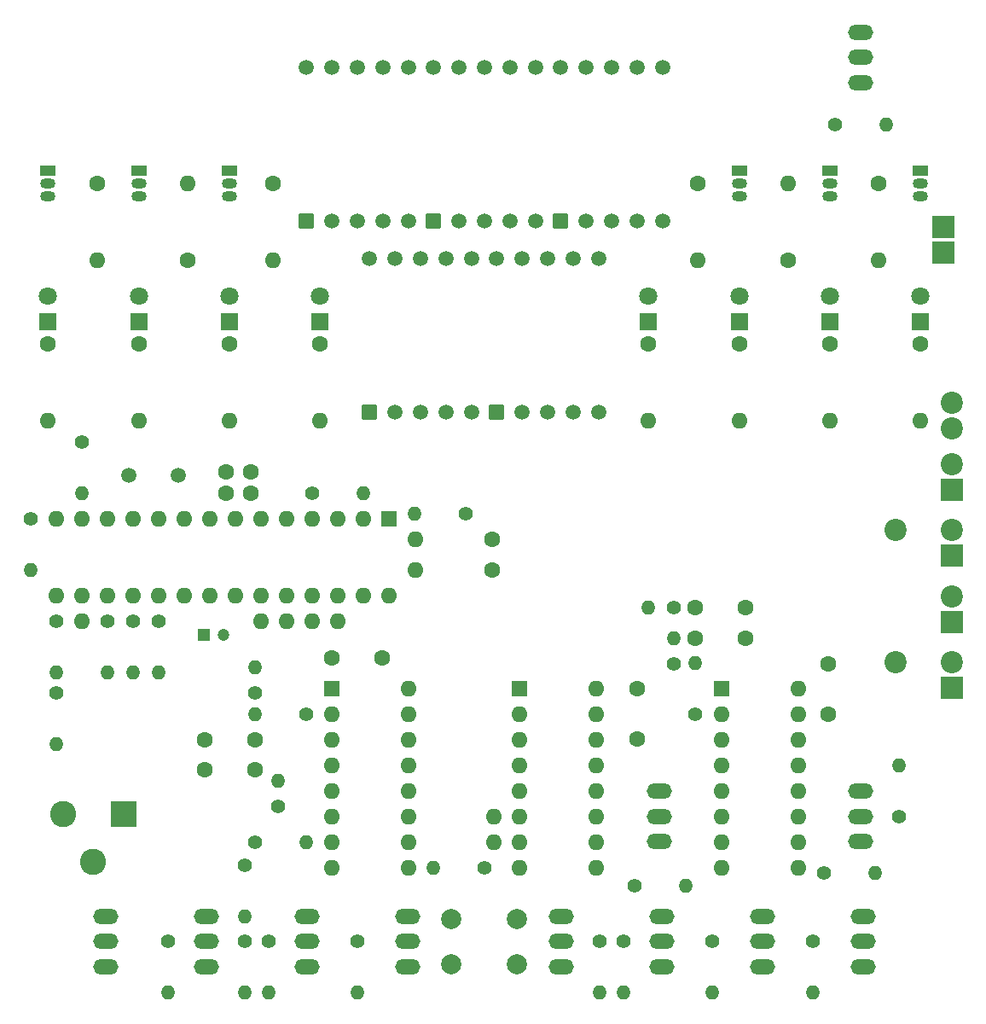
<source format=gbs>
%TF.GenerationSoftware,KiCad,Pcbnew,7.0.10*%
%TF.CreationDate,2024-04-03T15:14:15+02:00*%
%TF.ProjectId,8_switch_rgb_pcb_revision_1,385f7377-6974-4636-985f-7267625f7063,rev?*%
%TF.SameCoordinates,Original*%
%TF.FileFunction,Soldermask,Bot*%
%TF.FilePolarity,Negative*%
%FSLAX46Y46*%
G04 Gerber Fmt 4.6, Leading zero omitted, Abs format (unit mm)*
G04 Created by KiCad (PCBNEW 7.0.10) date 2024-04-03 15:14:15*
%MOMM*%
%LPD*%
G01*
G04 APERTURE LIST*
G04 Aperture macros list*
%AMRoundRect*
0 Rectangle with rounded corners*
0 $1 Rounding radius*
0 $2 $3 $4 $5 $6 $7 $8 $9 X,Y pos of 4 corners*
0 Add a 4 corners polygon primitive as box body*
4,1,4,$2,$3,$4,$5,$6,$7,$8,$9,$2,$3,0*
0 Add four circle primitives for the rounded corners*
1,1,$1+$1,$2,$3*
1,1,$1+$1,$4,$5*
1,1,$1+$1,$6,$7*
1,1,$1+$1,$8,$9*
0 Add four rect primitives between the rounded corners*
20,1,$1+$1,$2,$3,$4,$5,0*
20,1,$1+$1,$4,$5,$6,$7,0*
20,1,$1+$1,$6,$7,$8,$9,0*
20,1,$1+$1,$8,$9,$2,$3,0*%
G04 Aperture macros list end*
%ADD10C,1.600000*%
%ADD11O,2.500000X1.500000*%
%ADD12R,2.200000X2.200000*%
%ADD13C,2.200000*%
%ADD14C,1.400000*%
%ADD15O,1.400000X1.400000*%
%ADD16R,1.800000X1.800000*%
%ADD17C,1.800000*%
%ADD18O,1.600000X1.600000*%
%ADD19R,1.500000X1.050000*%
%ADD20O,1.500000X1.050000*%
%ADD21R,2.600000X2.600000*%
%ADD22C,2.600000*%
%ADD23RoundRect,0.102000X-0.654000X-0.654000X0.654000X-0.654000X0.654000X0.654000X-0.654000X0.654000X0*%
%ADD24C,1.512000*%
%ADD25R,1.200000X1.200000*%
%ADD26C,1.200000*%
%ADD27R,1.600000X1.600000*%
%ADD28C,2.000000*%
%ADD29C,1.500000*%
G04 APERTURE END LIST*
D10*
%TO.C,CU_BUTTONS1*%
X139617412Y-158020000D03*
X139617412Y-153020000D03*
%TD*%
D11*
%TO.C,SW__WR1*%
X142777412Y-165680000D03*
X142777412Y-168180000D03*
X142777412Y-170680000D03*
%TD*%
D10*
%TO.C,C1*%
X82267412Y-136080000D03*
X79767412Y-136080000D03*
%TD*%
D12*
%TO.C,PWR_Screw1*%
X151837412Y-135780000D03*
D13*
X151837412Y-133240000D03*
%TD*%
D11*
%TO.C,SW0*%
X67837412Y-178080000D03*
X67837412Y-180580000D03*
X67837412Y-183080000D03*
%TD*%
D14*
%TO.C,R23*%
X124267412Y-153030000D03*
D15*
X124267412Y-150490000D03*
%TD*%
D12*
%TO.C,RGB1*%
X151837412Y-142320000D03*
D13*
X151837412Y-139780000D03*
%TD*%
D14*
%TO.C,R38*%
X82687412Y-155920000D03*
D15*
X82687412Y-153380000D03*
%TD*%
D16*
%TO.C,D5*%
X130737412Y-119110000D03*
D17*
X130737412Y-116570000D03*
%TD*%
D18*
%TO.C,*%
X65482412Y-148840000D03*
%TD*%
D19*
%TO.C,T_DEC_0*%
X71137412Y-104110000D03*
D20*
X71137412Y-105380000D03*
X71137412Y-106650000D03*
%TD*%
D10*
%TO.C,R2*%
X84497412Y-105380000D03*
D18*
X84497412Y-113000000D03*
%TD*%
D14*
%TO.C,R44*%
X139127412Y-173830000D03*
D15*
X144207412Y-173830000D03*
%TD*%
D21*
%TO.C,DC-In1*%
X69637412Y-167980000D03*
D22*
X63637412Y-167980000D03*
X66637412Y-172680000D03*
%TD*%
D10*
%TO.C,C_DRAIN0*%
X120617412Y-155480000D03*
X120617412Y-160480000D03*
%TD*%
D14*
%TO.C,R29*%
X128077412Y-180580000D03*
D15*
X128077412Y-185660000D03*
%TD*%
D14*
%TO.C,R32*%
X81637412Y-180580000D03*
D15*
X81637412Y-185660000D03*
%TD*%
D10*
%TO.C,C_TERM_VCC0*%
X126367412Y-147490000D03*
X131367412Y-147490000D03*
%TD*%
D23*
%TO.C,hex_1*%
X106657412Y-128100000D03*
D24*
X109197412Y-128100000D03*
X111737412Y-128100000D03*
X114277412Y-128100000D03*
X116817412Y-128100000D03*
X116817412Y-112860000D03*
X114277412Y-112860000D03*
X111737412Y-112860000D03*
X109197412Y-112860000D03*
X106657412Y-112860000D03*
%TD*%
D12*
%TO.C,*%
X150997412Y-112260000D03*
%TD*%
D10*
%TO.C,R19*%
X144597412Y-105380000D03*
D18*
X144597412Y-113000000D03*
%TD*%
D14*
%TO.C,R35*%
X124267412Y-147490000D03*
D15*
X121727412Y-147490000D03*
%TD*%
D16*
%TO.C,D7*%
X148737412Y-119110000D03*
D17*
X148737412Y-116570000D03*
%TD*%
D16*
%TO.C,D4*%
X121737412Y-119110000D03*
D17*
X121737412Y-116570000D03*
%TD*%
D10*
%TO.C,R20*%
X106232412Y-140730000D03*
D18*
X98612412Y-140730000D03*
%TD*%
D19*
%TO.C,T_HEX_0*%
X139737412Y-104110000D03*
D20*
X139737412Y-105380000D03*
X139737412Y-106650000D03*
%TD*%
D19*
%TO.C,T_LED1*%
X62137412Y-104110000D03*
D20*
X62137412Y-105380000D03*
X62137412Y-106650000D03*
%TD*%
D11*
%TO.C,SW6*%
X133077412Y-178080000D03*
X133077412Y-180580000D03*
X133077412Y-183080000D03*
%TD*%
D10*
%TO.C,R6*%
X139737412Y-121310000D03*
D18*
X139737412Y-128930000D03*
%TD*%
D10*
%TO.C,R7*%
X71137412Y-121310000D03*
D18*
X71137412Y-128930000D03*
%TD*%
D10*
%TO.C,R4*%
X66997412Y-105380000D03*
D18*
X66997412Y-113000000D03*
%TD*%
D11*
%TO.C,SW_Serr1*%
X142797412Y-90370000D03*
X142797412Y-92870000D03*
X142797412Y-95370000D03*
%TD*%
D15*
%TO.C,R45*%
X100367412Y-173260000D03*
D14*
X105447412Y-173260000D03*
%TD*%
%TO.C,R31*%
X84037412Y-180580000D03*
D15*
X84037412Y-185660000D03*
%TD*%
D14*
%TO.C,R36*%
X87767412Y-158020000D03*
D15*
X82687412Y-158020000D03*
%TD*%
D25*
%TO.C,C_MCU1*%
X77577412Y-150170000D03*
D26*
X79577412Y-150170000D03*
%TD*%
D27*
%TO.C,U2*%
X128967412Y-155480000D03*
D18*
X128967412Y-158020000D03*
X128967412Y-160560000D03*
X128967412Y-163100000D03*
X128967412Y-165640000D03*
X128967412Y-168180000D03*
X128967412Y-170720000D03*
X128967412Y-173260000D03*
X136587412Y-173260000D03*
X136587412Y-170720000D03*
X136587412Y-168180000D03*
X136587412Y-165640000D03*
X136587412Y-163100000D03*
X136587412Y-160560000D03*
X136587412Y-158020000D03*
X136587412Y-155480000D03*
%TD*%
D14*
%TO.C,R25*%
X146617412Y-168180000D03*
D15*
X146617412Y-163100000D03*
%TD*%
D14*
%TO.C,R39*%
X62942412Y-155920000D03*
D15*
X62942412Y-161000000D03*
%TD*%
D23*
%TO.C,decimal_0*%
X87757412Y-109100000D03*
D24*
X90297412Y-109100000D03*
X92837412Y-109100000D03*
X95377412Y-109100000D03*
X97917412Y-109100000D03*
X97917412Y-93860000D03*
X95377412Y-93860000D03*
X92837412Y-93860000D03*
X90297412Y-93860000D03*
X87757412Y-93860000D03*
%TD*%
D28*
%TO.C,SW_N1*%
X102187412Y-178355000D03*
X108687412Y-178355000D03*
X102187412Y-182855000D03*
X108687412Y-182855000D03*
%TD*%
D14*
%TO.C,R26*%
X140227412Y-99510000D03*
D15*
X145307412Y-99510000D03*
%TD*%
D14*
%TO.C,R24*%
X120337412Y-175050000D03*
D15*
X125417412Y-175050000D03*
%TD*%
D13*
%TO.C,*%
X151837412Y-127120000D03*
%TD*%
D14*
%TO.C,R17*%
X103592412Y-138180000D03*
D15*
X98512412Y-138180000D03*
%TD*%
D14*
%TO.C,R33*%
X138077412Y-180580000D03*
D15*
X138077412Y-185660000D03*
%TD*%
D11*
%TO.C,SW1*%
X77837412Y-178080000D03*
X77837412Y-180580000D03*
X77837412Y-183080000D03*
%TD*%
%TO.C,SW_Mem1*%
X122777412Y-165680000D03*
X122777412Y-168180000D03*
X122777412Y-170680000D03*
%TD*%
D16*
%TO.C,D3*%
X89137412Y-119110000D03*
D17*
X89137412Y-116570000D03*
%TD*%
D14*
%TO.C,R18*%
X88342412Y-136140000D03*
D15*
X93422412Y-136140000D03*
%TD*%
D14*
%TO.C,R43*%
X60402412Y-138680000D03*
D15*
X60402412Y-143760000D03*
%TD*%
D16*
%TO.C,D1*%
X71137412Y-119110000D03*
D17*
X71137412Y-116570000D03*
%TD*%
D10*
%TO.C,C2*%
X79767412Y-133980000D03*
X82267412Y-133980000D03*
%TD*%
D27*
%TO.C,U_Trans1*%
X108967412Y-155480000D03*
D18*
X108967412Y-158020000D03*
X108967412Y-160560000D03*
X108967412Y-163100000D03*
X108967412Y-165640000D03*
X108967412Y-168180000D03*
X108967412Y-170720000D03*
X108967412Y-173260000D03*
X116587412Y-173260000D03*
X116587412Y-170720000D03*
X116587412Y-168180000D03*
X116587412Y-165640000D03*
X116587412Y-163100000D03*
X116587412Y-160560000D03*
X116587412Y-158020000D03*
X116587412Y-155480000D03*
%TD*%
D13*
%TO.C,*%
X146297412Y-139780000D03*
%TD*%
D18*
%TO.C,*%
X106427412Y-168180000D03*
%TD*%
D16*
%TO.C,D0*%
X62137412Y-119110000D03*
D17*
X62137412Y-116570000D03*
%TD*%
D14*
%TO.C,R40*%
X73102412Y-148840000D03*
D15*
X73102412Y-153920000D03*
%TD*%
D16*
%TO.C,D6*%
X139737412Y-119110000D03*
D17*
X139737412Y-116570000D03*
%TD*%
D14*
%TO.C,R37*%
X84997412Y-167200000D03*
D15*
X84997412Y-164660000D03*
%TD*%
D14*
%TO.C,R41*%
X68022412Y-148840000D03*
D15*
X68022412Y-153920000D03*
%TD*%
D10*
%TO.C,R21*%
X106232412Y-143730000D03*
D18*
X98612412Y-143730000D03*
%TD*%
D14*
%TO.C,R46*%
X65482412Y-131060000D03*
D15*
X65482412Y-136140000D03*
%TD*%
D27*
%TO.C,MCU_1*%
X95962412Y-138680000D03*
D18*
X93422412Y-138680000D03*
X90882412Y-138680000D03*
X88342412Y-138680000D03*
X85802412Y-138680000D03*
X83262412Y-138680000D03*
X80722412Y-138680000D03*
X78182412Y-138680000D03*
X75642412Y-138680000D03*
X73102412Y-138680000D03*
X70562412Y-138680000D03*
X68022412Y-138680000D03*
X65482412Y-138680000D03*
X62942412Y-138680000D03*
X62942412Y-146300000D03*
X65482412Y-146300000D03*
X68022412Y-146300000D03*
X70562412Y-146300000D03*
X73102412Y-146300000D03*
X75642412Y-146300000D03*
X78182412Y-146300000D03*
X80722412Y-146300000D03*
X83262412Y-146300000D03*
X85802412Y-146300000D03*
X88342412Y-146300000D03*
X90882412Y-146300000D03*
X93422412Y-146300000D03*
X95962412Y-146300000D03*
%TD*%
D14*
%TO.C,R27*%
X116877412Y-180580000D03*
D15*
X116877412Y-185660000D03*
%TD*%
D16*
%TO.C,D2*%
X80137412Y-119110000D03*
D17*
X80137412Y-116570000D03*
%TD*%
D23*
%TO.C,decimal_2*%
X112957412Y-109100000D03*
D24*
X115497412Y-109100000D03*
X118037412Y-109100000D03*
X120577412Y-109100000D03*
X123117412Y-109100000D03*
X123117412Y-93860000D03*
X120577412Y-93860000D03*
X118037412Y-93860000D03*
X115497412Y-93860000D03*
X112957412Y-93860000D03*
%TD*%
D14*
%TO.C,R14*%
X82687412Y-170720000D03*
D15*
X87767412Y-170720000D03*
%TD*%
D10*
%TO.C,R12*%
X89137412Y-121310000D03*
D18*
X89137412Y-128930000D03*
%TD*%
D10*
%TO.C,C_TERM_VCC1*%
X82687412Y-163570000D03*
X77687412Y-163570000D03*
%TD*%
D14*
%TO.C,R15*%
X81637412Y-173000000D03*
D15*
X81637412Y-178080000D03*
%TD*%
D19*
%TO.C,T_DEC_1*%
X80137412Y-104110000D03*
D20*
X80137412Y-105380000D03*
X80137412Y-106650000D03*
%TD*%
D10*
%TO.C,R3*%
X126597412Y-105380000D03*
D18*
X126597412Y-113000000D03*
%TD*%
D11*
%TO.C,SW4*%
X113077412Y-178080000D03*
X113077412Y-180580000D03*
X113077412Y-183080000D03*
%TD*%
D19*
%TO.C,T_DEC_2*%
X130737412Y-104110000D03*
D20*
X130737412Y-105380000D03*
X130737412Y-106650000D03*
%TD*%
D18*
%TO.C,*%
X88342412Y-148840000D03*
%TD*%
D27*
%TO.C,U_Drain1*%
X90267412Y-155480000D03*
D18*
X90267412Y-158020000D03*
X90267412Y-160560000D03*
X90267412Y-163100000D03*
X90267412Y-165640000D03*
X90267412Y-168180000D03*
X90267412Y-170720000D03*
X90267412Y-173260000D03*
X97887412Y-173260000D03*
X97887412Y-170720000D03*
X97887412Y-168180000D03*
X97887412Y-165640000D03*
X97887412Y-163100000D03*
X97887412Y-160560000D03*
X97887412Y-158020000D03*
X97887412Y-155480000D03*
%TD*%
%TO.C,*%
X90882412Y-148840000D03*
%TD*%
D11*
%TO.C,SW2*%
X87837412Y-178080000D03*
X87837412Y-180580000D03*
X87837412Y-183080000D03*
%TD*%
D19*
%TO.C,T_HEX_1*%
X148737412Y-104110000D03*
D20*
X148737412Y-105380000D03*
X148737412Y-106650000D03*
%TD*%
D13*
%TO.C,*%
X146297412Y-152860000D03*
%TD*%
D14*
%TO.C,R22*%
X126367412Y-158020000D03*
D15*
X126367412Y-152940000D03*
%TD*%
D10*
%TO.C,R11*%
X148737412Y-121310000D03*
D18*
X148737412Y-128930000D03*
%TD*%
D12*
%TO.C,*%
X150997412Y-109720000D03*
%TD*%
D13*
%TO.C,*%
X151837412Y-129660000D03*
%TD*%
D12*
%TO.C,RGB2*%
X151837412Y-155400000D03*
D13*
X151837412Y-152860000D03*
%TD*%
D12*
%TO.C,Serial_Screw1*%
X151837412Y-148860000D03*
D13*
X151837412Y-146320000D03*
%TD*%
D11*
%TO.C,SW7*%
X143077412Y-178080000D03*
X143077412Y-180580000D03*
X143077412Y-183080000D03*
%TD*%
D10*
%TO.C,R1*%
X75997412Y-113000000D03*
D18*
X75997412Y-105380000D03*
%TD*%
D29*
%TO.C,Y1*%
X75047412Y-134310000D03*
X70167412Y-134310000D03*
%TD*%
D10*
%TO.C,C_TERM_GND0*%
X131367412Y-150490000D03*
X126367412Y-150490000D03*
%TD*%
%TO.C,R8*%
X130737412Y-121310000D03*
D18*
X130737412Y-128930000D03*
%TD*%
D10*
%TO.C,R13*%
X135597412Y-113000000D03*
D18*
X135597412Y-105380000D03*
%TD*%
%TO.C,*%
X106427412Y-170720000D03*
%TD*%
D11*
%TO.C,SW5*%
X123077412Y-178080000D03*
X123077412Y-180580000D03*
X123077412Y-183080000D03*
%TD*%
D10*
%TO.C,R5*%
X80137412Y-121310000D03*
D18*
X80137412Y-128930000D03*
%TD*%
D10*
%TO.C,C_TERM_GND1*%
X77687412Y-160570000D03*
X82687412Y-160570000D03*
%TD*%
D18*
%TO.C,*%
X83262412Y-148840000D03*
%TD*%
D10*
%TO.C,C_TRANS1*%
X90267412Y-152450000D03*
X95267412Y-152450000D03*
%TD*%
D18*
%TO.C,*%
X85802412Y-148840000D03*
%TD*%
D10*
%TO.C,R10*%
X121737412Y-121310000D03*
D18*
X121737412Y-128930000D03*
%TD*%
D14*
%TO.C,R34*%
X74037412Y-180580000D03*
D15*
X74037412Y-185660000D03*
%TD*%
D23*
%TO.C,hex_0*%
X94057412Y-128100000D03*
D24*
X96597412Y-128100000D03*
X99137412Y-128100000D03*
X101677412Y-128100000D03*
X104217412Y-128100000D03*
X104217412Y-112860000D03*
X101677412Y-112860000D03*
X99137412Y-112860000D03*
X96597412Y-112860000D03*
X94057412Y-112860000D03*
%TD*%
D10*
%TO.C,R9*%
X62137412Y-121310000D03*
D18*
X62137412Y-128930000D03*
%TD*%
D11*
%TO.C,SW3*%
X97837412Y-178080000D03*
X97837412Y-180580000D03*
X97837412Y-183080000D03*
%TD*%
D14*
%TO.C,R42*%
X62942412Y-148840000D03*
D15*
X62942412Y-153920000D03*
%TD*%
D14*
%TO.C,R16*%
X70562412Y-148840000D03*
D15*
X70562412Y-153920000D03*
%TD*%
D14*
%TO.C,R28*%
X92837412Y-180580000D03*
D15*
X92837412Y-185660000D03*
%TD*%
D14*
%TO.C,R30*%
X119277412Y-180580000D03*
D15*
X119277412Y-185660000D03*
%TD*%
D23*
%TO.C,decimal_1*%
X100357412Y-109100000D03*
D24*
X102897412Y-109100000D03*
X105437412Y-109100000D03*
X107977412Y-109100000D03*
X110517412Y-109100000D03*
X110517412Y-93860000D03*
X107977412Y-93860000D03*
X105437412Y-93860000D03*
X102897412Y-93860000D03*
X100357412Y-93860000D03*
%TD*%
M02*

</source>
